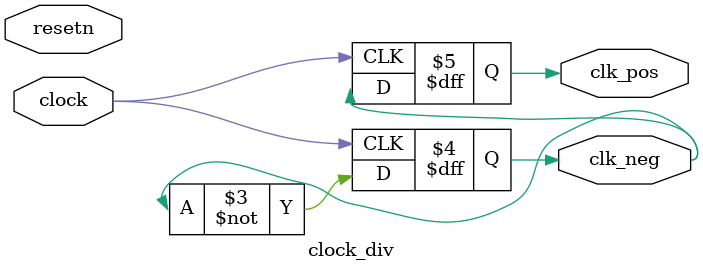
<source format=v>
module clock_div (clock, clk_neg, clk_pos, resetn);

input clock, resetn;
output clk_neg, clk_pos;

reg clk_neg;
reg clk_pos;

always@(posedge clock)begin
	if(!resetn) clk_neg<=1'b1;
	clk_neg<=~clk_neg;
	clk_pos<=clk_neg;
end

endmodule
</source>
